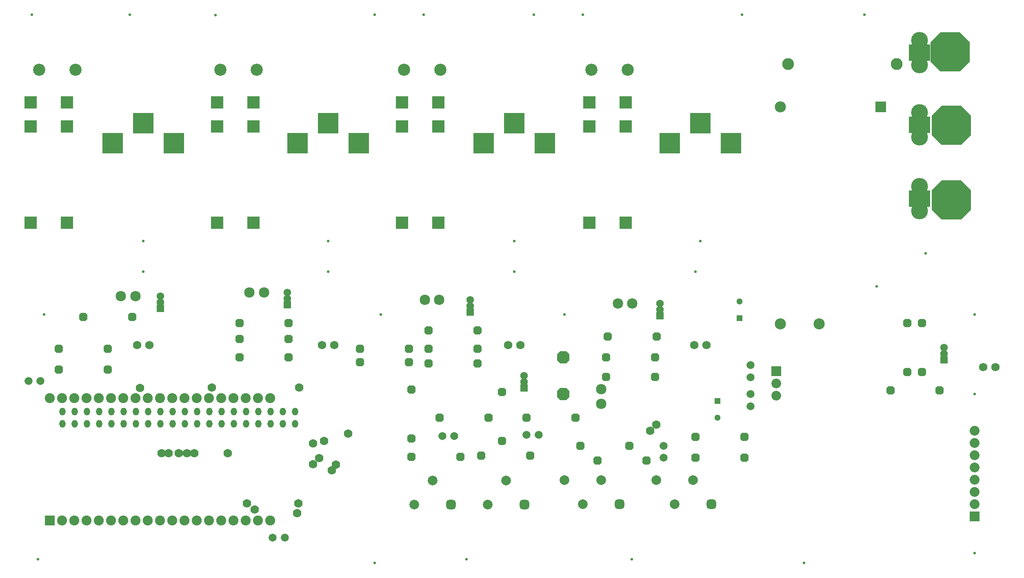
<source format=gbs>
G04*
G04 #@! TF.GenerationSoftware,Altium Limited,Altium Designer,23.9.2 (47)*
G04*
G04 Layer_Color=16711935*
%FSLAX44Y44*%
%MOMM*%
G71*
G04*
G04 #@! TF.SameCoordinates,666CD1C4-E099-4A84-9A31-6A8195F5D717*
G04*
G04*
G04 #@! TF.FilePolarity,Negative*
G04*
G01*
G75*
%ADD24R,4.5080X3.5080*%
%ADD25C,2.3080*%
%ADD26R,2.3080X2.3080*%
G04:AMPARAMS|DCode=27|XSize=1.7272mm|YSize=1.7272mm|CornerRadius=0mm|HoleSize=0mm|Usage=FLASHONLY|Rotation=90.000|XOffset=0mm|YOffset=0mm|HoleType=Round|Shape=Octagon|*
%AMOCTAGOND27*
4,1,8,0.4318,0.8636,-0.4318,0.8636,-0.8636,0.4318,-0.8636,-0.4318,-0.4318,-0.8636,0.4318,-0.8636,0.8636,-0.4318,0.8636,0.4318,0.4318,0.8636,0.0*
%
%ADD27OCTAGOND27*%

%ADD28R,1.5580X1.5580*%
%ADD29C,1.5580*%
G04:AMPARAMS|DCode=30|XSize=0.508mm|YSize=0.508mm|CornerRadius=0mm|HoleSize=0mm|Usage=FLASHONLY|Rotation=0.000|XOffset=0mm|YOffset=0mm|HoleType=Round|Shape=Octagon|*
%AMOCTAGOND30*
4,1,8,0.2540,-0.1270,0.2540,0.1270,0.1270,0.2540,-0.1270,0.2540,-0.2540,0.1270,-0.2540,-0.1270,-0.1270,-0.2540,0.1270,-0.2540,0.2540,-0.1270,0.0*
%
%ADD30OCTAGOND30*%

G04:AMPARAMS|DCode=31|XSize=8.128mm|YSize=8.128mm|CornerRadius=0mm|HoleSize=0mm|Usage=FLASHONLY|Rotation=0.000|XOffset=0mm|YOffset=0mm|HoleType=Round|Shape=Octagon|*
%AMOCTAGOND31*
4,1,8,4.0640,-2.0320,4.0640,2.0320,2.0320,4.0640,-2.0320,4.0640,-4.0640,2.0320,-4.0640,-2.0320,-2.0320,-4.0640,2.0320,-4.0640,4.0640,-2.0320,0.0*
%
%ADD31OCTAGOND31*%

%ADD32R,4.3180X4.3180*%
%ADD33C,2.5080*%
%ADD34R,2.5080X2.5080*%
G04:AMPARAMS|DCode=35|XSize=2.508mm|YSize=2.508mm|CornerRadius=0mm|HoleSize=0mm|Usage=FLASHONLY|Rotation=0.000|XOffset=0mm|YOffset=0mm|HoleType=Round|Shape=Octagon|*
%AMOCTAGOND35*
4,1,8,1.2540,-0.6270,1.2540,0.6270,0.6270,1.2540,-0.6270,1.2540,-1.2540,0.6270,-1.2540,-0.6270,-0.6270,-1.2540,0.6270,-1.2540,1.2540,-0.6270,0.0*
%
%ADD35OCTAGOND35*%

G04:AMPARAMS|DCode=36|XSize=1.7272mm|YSize=1.7272mm|CornerRadius=0mm|HoleSize=0mm|Usage=FLASHONLY|Rotation=0.000|XOffset=0mm|YOffset=0mm|HoleType=Round|Shape=Octagon|*
%AMOCTAGOND36*
4,1,8,0.8636,-0.4318,0.8636,0.4318,0.4318,0.8636,-0.4318,0.8636,-0.8636,0.4318,-0.8636,-0.4318,-0.4318,-0.8636,0.4318,-0.8636,0.8636,-0.4318,0.0*
%
%ADD36OCTAGOND36*%

%ADD37C,1.7272*%
%ADD38C,2.1580*%
%ADD39O,1.3000X1.6000*%
%ADD40R,2.0160X2.0160*%
%ADD41C,2.0160*%
%ADD42C,1.6580*%
%ADD43R,1.3000X1.3000*%
%ADD44C,1.3000*%
%ADD45C,2.0080*%
G04:AMPARAMS|DCode=46|XSize=2.008mm|YSize=2.008mm|CornerRadius=0.629mm|HoleSize=0mm|Usage=FLASHONLY|Rotation=0.000|XOffset=0mm|YOffset=0mm|HoleType=Round|Shape=RoundedRectangle|*
%AMROUNDEDRECTD46*
21,1,2.0080,0.7500,0,0,0.0*
21,1,0.7500,2.0080,0,0,0.0*
1,1,1.2580,0.3750,-0.3750*
1,1,1.2580,-0.3750,-0.3750*
1,1,1.2580,-0.3750,0.3750*
1,1,1.2580,0.3750,0.3750*
%
%ADD46ROUNDEDRECTD46*%
%ADD47R,2.0680X2.0680*%
%ADD48C,2.0680*%
%ADD49C,2.0320*%
%ADD50R,2.0320X2.0320*%
%ADD51C,2.4580*%
%ADD52C,3.5080*%
%ADD53C,1.7780*%
D24*
X1892300Y1115060D02*
D03*
Y812240D02*
D03*
Y965200D02*
D03*
D25*
X1683861Y552240D02*
D03*
X1603861D02*
D03*
Y1002240D02*
D03*
D26*
X1811861D02*
D03*
D27*
X1866900Y553720D02*
D03*
Y452120D02*
D03*
X1897380Y553720D02*
D03*
Y452120D02*
D03*
X1026160Y410920D02*
D03*
Y309320D02*
D03*
X838200Y416000D02*
D03*
Y314400D02*
D03*
D28*
X1943100Y477520D02*
D03*
X580644Y591820D02*
D03*
X1071880Y419100D02*
D03*
X960120Y576580D02*
D03*
X1353820Y568960D02*
D03*
X317736Y584200D02*
D03*
D29*
X1943100Y490220D02*
D03*
Y502920D02*
D03*
X580644Y604520D02*
D03*
Y617220D02*
D03*
X1071880Y431800D02*
D03*
Y444500D02*
D03*
X960120Y589280D02*
D03*
Y601980D02*
D03*
X1353820Y594360D02*
D03*
Y581660D02*
D03*
X317736Y596900D02*
D03*
Y609600D02*
D03*
D30*
X774700Y571500D02*
D03*
X1155700D02*
D03*
X1437640Y723900D02*
D03*
X1427480Y660400D02*
D03*
X1905000Y698500D02*
D03*
X2006600Y571500D02*
D03*
X863600Y1193800D02*
D03*
X1803400Y629920D02*
D03*
X281940Y660400D02*
D03*
Y723900D02*
D03*
X254000Y1193800D02*
D03*
X1092200D02*
D03*
X76200Y571500D02*
D03*
X665480Y723900D02*
D03*
X1051560D02*
D03*
X1778000Y1193800D02*
D03*
X1652420Y55880D02*
D03*
X762000D02*
D03*
X63500Y63500D02*
D03*
X2006600Y406400D02*
D03*
X952500Y63500D02*
D03*
X1295400D02*
D03*
X1524000Y1193800D02*
D03*
X1193800D02*
D03*
X431800Y1193240D02*
D03*
X762000Y1193800D02*
D03*
X50800D02*
D03*
X2006600Y76200D02*
D03*
X1051560Y660400D02*
D03*
X665480D02*
D03*
D31*
X1958340Y809700D02*
D03*
Y964640D02*
D03*
X1955800Y1117040D02*
D03*
D32*
X1051560Y969010D02*
D03*
X988060Y927100D02*
D03*
X1115060D02*
D03*
X281940Y969010D02*
D03*
X218440Y927100D02*
D03*
X345440D02*
D03*
X728980D02*
D03*
X601980D02*
D03*
X665480Y969010D02*
D03*
X1501140Y927100D02*
D03*
X1374140D02*
D03*
X1437640Y969010D02*
D03*
D33*
X141040Y1079500D02*
D03*
X66040D02*
D03*
X516960D02*
D03*
X441960D02*
D03*
X897960D02*
D03*
X822960D02*
D03*
X1211580D02*
D03*
X1286580D02*
D03*
D34*
X48260Y762000D02*
D03*
X123260D02*
D03*
Y962000D02*
D03*
X48260D02*
D03*
X123260Y1012000D02*
D03*
X48260D02*
D03*
X435540Y762000D02*
D03*
X510540D02*
D03*
Y962000D02*
D03*
X435540D02*
D03*
X510540Y1012000D02*
D03*
X435540D02*
D03*
X819080Y762000D02*
D03*
X894080D02*
D03*
Y962000D02*
D03*
X819080D02*
D03*
X894080Y1012000D02*
D03*
X819080D02*
D03*
X1207700Y762000D02*
D03*
X1282700D02*
D03*
Y962000D02*
D03*
X1207700D02*
D03*
X1282700Y1012000D02*
D03*
X1207700D02*
D03*
D35*
X1153160Y406500D02*
D03*
Y482500D02*
D03*
D36*
X481584Y482600D02*
D03*
X583184D02*
D03*
Y553720D02*
D03*
X481584D02*
D03*
Y520700D02*
D03*
X583184D02*
D03*
X833120Y472440D02*
D03*
X731520D02*
D03*
X833120Y500380D02*
D03*
X731520D02*
D03*
X975360Y469900D02*
D03*
X873760D02*
D03*
X975360Y538480D02*
D03*
X873760D02*
D03*
Y500380D02*
D03*
X975360D02*
D03*
X1343847Y441960D02*
D03*
X1242247D02*
D03*
X157480Y566420D02*
D03*
X259080D02*
D03*
X1831935Y414020D02*
D03*
X1933535D02*
D03*
X1427480Y317500D02*
D03*
X1529080D02*
D03*
X1427480Y274320D02*
D03*
X1529080D02*
D03*
X1325880Y268680D02*
D03*
X1224280D02*
D03*
X1290320Y299160D02*
D03*
X1188720D02*
D03*
X939800Y276300D02*
D03*
X838200D02*
D03*
X1076960Y357580D02*
D03*
X1178560D02*
D03*
X1084580Y278840D02*
D03*
X982980D02*
D03*
X896620Y357580D02*
D03*
X998220D02*
D03*
X1245422Y525780D02*
D03*
X1347022D02*
D03*
X1343847Y482600D02*
D03*
X1242247D02*
D03*
X106680Y500380D02*
D03*
X208280D02*
D03*
Y457200D02*
D03*
X106680D02*
D03*
D37*
X652780Y508000D02*
D03*
X678180D02*
D03*
X1038860D02*
D03*
X1064260D02*
D03*
X2049780Y462280D02*
D03*
X2024380D02*
D03*
X1450340Y508000D02*
D03*
X1424940D02*
D03*
X294640D02*
D03*
X269240D02*
D03*
D38*
X502384Y617220D02*
D03*
X532384D02*
D03*
X1231900Y416560D02*
D03*
Y386560D02*
D03*
X865669Y601980D02*
D03*
X895669D02*
D03*
X1296222Y594360D02*
D03*
X1266222D02*
D03*
X265684Y609600D02*
D03*
X235684D02*
D03*
D39*
X596900Y370280D02*
D03*
Y344880D02*
D03*
X571500Y370280D02*
D03*
Y344880D02*
D03*
X546100Y370280D02*
D03*
Y344880D02*
D03*
X520700Y370280D02*
D03*
Y344880D02*
D03*
X495300Y370280D02*
D03*
Y344880D02*
D03*
X469900Y370280D02*
D03*
Y344880D02*
D03*
X444500Y370280D02*
D03*
Y344880D02*
D03*
X419100Y370280D02*
D03*
Y344880D02*
D03*
X393700Y370280D02*
D03*
Y344880D02*
D03*
X368300Y370280D02*
D03*
Y344880D02*
D03*
X342900Y370280D02*
D03*
Y344880D02*
D03*
X317500Y370280D02*
D03*
Y344880D02*
D03*
X292100Y370280D02*
D03*
Y344880D02*
D03*
X266700Y370280D02*
D03*
Y344880D02*
D03*
X241300Y370280D02*
D03*
Y344880D02*
D03*
X215900Y370280D02*
D03*
Y344880D02*
D03*
X190500Y370280D02*
D03*
Y344880D02*
D03*
X165100Y370280D02*
D03*
Y344880D02*
D03*
X114300D02*
D03*
Y370280D02*
D03*
X139700Y344880D02*
D03*
Y370280D02*
D03*
D40*
X1595120Y454100D02*
D03*
D41*
Y428700D02*
D03*
Y403300D02*
D03*
D42*
X1102160Y322020D02*
D03*
X1077160D02*
D03*
X927100Y319480D02*
D03*
X902100D02*
D03*
X1361440Y299160D02*
D03*
Y274160D02*
D03*
X68580Y433780D02*
D03*
X43580D02*
D03*
X575364Y108660D02*
D03*
X550364D02*
D03*
X1541780Y406200D02*
D03*
Y381200D02*
D03*
Y441600D02*
D03*
Y466600D02*
D03*
D43*
X1473200Y392150D02*
D03*
X1518920Y564160D02*
D03*
D44*
X1473200Y357150D02*
D03*
X1518920Y599160D02*
D03*
D45*
X1346200Y227800D02*
D03*
X1384300Y177800D02*
D03*
X1422400Y227800D02*
D03*
X1155700D02*
D03*
X1193800Y177800D02*
D03*
X1231900Y227800D02*
D03*
X996550Y177500D02*
D03*
X1034650Y227500D02*
D03*
X844150Y177500D02*
D03*
X882250Y227500D02*
D03*
D46*
X1460500Y177800D02*
D03*
X1270000D02*
D03*
X1072750Y177500D02*
D03*
X920350D02*
D03*
D47*
X87884Y144220D02*
D03*
D48*
X113284D02*
D03*
X545084D02*
D03*
X138684D02*
D03*
X164084D02*
D03*
X189484D02*
D03*
X214884D02*
D03*
X240284D02*
D03*
X265684D02*
D03*
X291084D02*
D03*
X316484D02*
D03*
X341884D02*
D03*
X367284D02*
D03*
X392684D02*
D03*
X418084D02*
D03*
X443484D02*
D03*
X468884D02*
D03*
X494284D02*
D03*
X519684D02*
D03*
X87884Y398220D02*
D03*
X113284D02*
D03*
X138684D02*
D03*
X164084D02*
D03*
X189484D02*
D03*
X214884D02*
D03*
X240284D02*
D03*
X265684D02*
D03*
X291084D02*
D03*
X316484D02*
D03*
X341884D02*
D03*
X367284D02*
D03*
X392684D02*
D03*
X418084D02*
D03*
X443484D02*
D03*
X468884D02*
D03*
X494284D02*
D03*
X519684D02*
D03*
X545084D02*
D03*
D49*
X2006600Y330200D02*
D03*
Y304800D02*
D03*
Y279400D02*
D03*
Y254000D02*
D03*
Y228600D02*
D03*
Y203200D02*
D03*
Y177800D02*
D03*
D50*
Y152400D02*
D03*
D51*
X1844521Y1091640D02*
D03*
X1619521D02*
D03*
D52*
X1892300Y1089660D02*
D03*
Y1140460D02*
D03*
Y786840D02*
D03*
Y837640D02*
D03*
Y939800D02*
D03*
Y990600D02*
D03*
D53*
X457200Y283464D02*
D03*
X605212Y420009D02*
D03*
X424470Y420415D02*
D03*
X275532Y419603D02*
D03*
X319968Y284226D02*
D03*
X334700D02*
D03*
X355346Y283464D02*
D03*
X372618D02*
D03*
X387350D02*
D03*
X1333500Y330200D02*
D03*
X1346200Y342900D02*
D03*
X706900Y324560D02*
D03*
X672886Y248049D02*
D03*
X681615Y259916D02*
D03*
X656844Y309320D02*
D03*
X603781Y179780D02*
D03*
X496824D02*
D03*
X513237Y167080D02*
D03*
X600964Y159460D02*
D03*
X633919Y260811D02*
D03*
X646684Y273760D02*
D03*
X633919Y304240D02*
D03*
M02*

</source>
